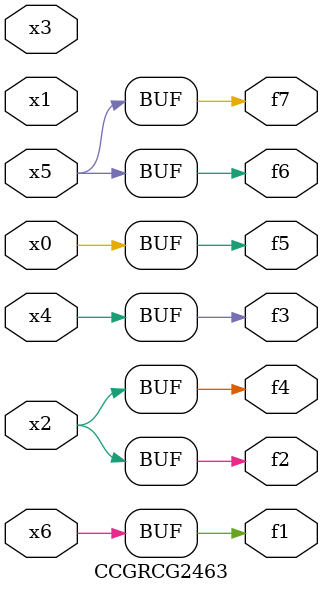
<source format=v>
module CCGRCG2463(
	input x0, x1, x2, x3, x4, x5, x6,
	output f1, f2, f3, f4, f5, f6, f7
);
	assign f1 = x6;
	assign f2 = x2;
	assign f3 = x4;
	assign f4 = x2;
	assign f5 = x0;
	assign f6 = x5;
	assign f7 = x5;
endmodule

</source>
